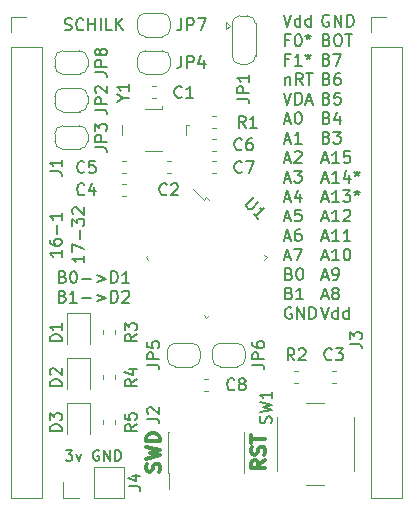
<source format=gbr>
G04 #@! TF.GenerationSoftware,KiCad,Pcbnew,(5.1.5)-3*
G04 #@! TF.CreationDate,2020-06-05T23:08:29+02:00*
G04 #@! TF.ProjectId,STM32F030K6Tx_Breakout,53544d33-3246-4303-9330-4b3654785f42,rev?*
G04 #@! TF.SameCoordinates,Original*
G04 #@! TF.FileFunction,Legend,Top*
G04 #@! TF.FilePolarity,Positive*
%FSLAX46Y46*%
G04 Gerber Fmt 4.6, Leading zero omitted, Abs format (unit mm)*
G04 Created by KiCad (PCBNEW (5.1.5)-3) date 2020-06-05 23:08:29*
%MOMM*%
%LPD*%
G04 APERTURE LIST*
%ADD10C,0.150000*%
%ADD11C,0.300000*%
%ADD12C,0.200000*%
%ADD13C,0.120000*%
G04 APERTURE END LIST*
D10*
X97075952Y-58793571D02*
X97218809Y-58841190D01*
X97266428Y-58888809D01*
X97314047Y-58984047D01*
X97314047Y-59126904D01*
X97266428Y-59222142D01*
X97218809Y-59269761D01*
X97123571Y-59317380D01*
X96742619Y-59317380D01*
X96742619Y-58317380D01*
X97075952Y-58317380D01*
X97171190Y-58365000D01*
X97218809Y-58412619D01*
X97266428Y-58507857D01*
X97266428Y-58603095D01*
X97218809Y-58698333D01*
X97171190Y-58745952D01*
X97075952Y-58793571D01*
X96742619Y-58793571D01*
X97933095Y-58317380D02*
X98028333Y-58317380D01*
X98123571Y-58365000D01*
X98171190Y-58412619D01*
X98218809Y-58507857D01*
X98266428Y-58698333D01*
X98266428Y-58936428D01*
X98218809Y-59126904D01*
X98171190Y-59222142D01*
X98123571Y-59269761D01*
X98028333Y-59317380D01*
X97933095Y-59317380D01*
X97837857Y-59269761D01*
X97790238Y-59222142D01*
X97742619Y-59126904D01*
X97695000Y-58936428D01*
X97695000Y-58698333D01*
X97742619Y-58507857D01*
X97790238Y-58412619D01*
X97837857Y-58365000D01*
X97933095Y-58317380D01*
X98695000Y-58936428D02*
X99456904Y-58936428D01*
X99933095Y-58650714D02*
X100695000Y-58936428D01*
X99933095Y-59222142D01*
X101171190Y-59317380D02*
X101171190Y-58317380D01*
X101409285Y-58317380D01*
X101552142Y-58365000D01*
X101647380Y-58460238D01*
X101695000Y-58555476D01*
X101742619Y-58745952D01*
X101742619Y-58888809D01*
X101695000Y-59079285D01*
X101647380Y-59174523D01*
X101552142Y-59269761D01*
X101409285Y-59317380D01*
X101171190Y-59317380D01*
X102695000Y-59317380D02*
X102123571Y-59317380D01*
X102409285Y-59317380D02*
X102409285Y-58317380D01*
X102314047Y-58460238D01*
X102218809Y-58555476D01*
X102123571Y-58603095D01*
X97075952Y-60443571D02*
X97218809Y-60491190D01*
X97266428Y-60538809D01*
X97314047Y-60634047D01*
X97314047Y-60776904D01*
X97266428Y-60872142D01*
X97218809Y-60919761D01*
X97123571Y-60967380D01*
X96742619Y-60967380D01*
X96742619Y-59967380D01*
X97075952Y-59967380D01*
X97171190Y-60015000D01*
X97218809Y-60062619D01*
X97266428Y-60157857D01*
X97266428Y-60253095D01*
X97218809Y-60348333D01*
X97171190Y-60395952D01*
X97075952Y-60443571D01*
X96742619Y-60443571D01*
X98266428Y-60967380D02*
X97695000Y-60967380D01*
X97980714Y-60967380D02*
X97980714Y-59967380D01*
X97885476Y-60110238D01*
X97790238Y-60205476D01*
X97695000Y-60253095D01*
X98695000Y-60586428D02*
X99456904Y-60586428D01*
X99933095Y-60300714D02*
X100695000Y-60586428D01*
X99933095Y-60872142D01*
X101171190Y-60967380D02*
X101171190Y-59967380D01*
X101409285Y-59967380D01*
X101552142Y-60015000D01*
X101647380Y-60110238D01*
X101695000Y-60205476D01*
X101742619Y-60395952D01*
X101742619Y-60538809D01*
X101695000Y-60729285D01*
X101647380Y-60824523D01*
X101552142Y-60919761D01*
X101409285Y-60967380D01*
X101171190Y-60967380D01*
X102123571Y-60062619D02*
X102171190Y-60015000D01*
X102266428Y-59967380D01*
X102504523Y-59967380D01*
X102599761Y-60015000D01*
X102647380Y-60062619D01*
X102695000Y-60157857D01*
X102695000Y-60253095D01*
X102647380Y-60395952D01*
X102075952Y-60967380D01*
X102695000Y-60967380D01*
D11*
X105260714Y-75288571D02*
X105317857Y-75117142D01*
X105317857Y-74831428D01*
X105260714Y-74717142D01*
X105203571Y-74660000D01*
X105089285Y-74602857D01*
X104975000Y-74602857D01*
X104860714Y-74660000D01*
X104803571Y-74717142D01*
X104746428Y-74831428D01*
X104689285Y-75060000D01*
X104632142Y-75174285D01*
X104575000Y-75231428D01*
X104460714Y-75288571D01*
X104346428Y-75288571D01*
X104232142Y-75231428D01*
X104175000Y-75174285D01*
X104117857Y-75060000D01*
X104117857Y-74774285D01*
X104175000Y-74602857D01*
X104117857Y-74202857D02*
X105317857Y-73917142D01*
X104460714Y-73688571D01*
X105317857Y-73460000D01*
X104117857Y-73174285D01*
X105317857Y-72717142D02*
X104117857Y-72717142D01*
X104117857Y-72431428D01*
X104175000Y-72260000D01*
X104289285Y-72145714D01*
X104403571Y-72088571D01*
X104632142Y-72031428D01*
X104803571Y-72031428D01*
X105032142Y-72088571D01*
X105146428Y-72145714D01*
X105260714Y-72260000D01*
X105317857Y-72431428D01*
X105317857Y-72717142D01*
X114207857Y-74317142D02*
X113636428Y-74717142D01*
X114207857Y-75002857D02*
X113007857Y-75002857D01*
X113007857Y-74545714D01*
X113065000Y-74431428D01*
X113122142Y-74374285D01*
X113236428Y-74317142D01*
X113407857Y-74317142D01*
X113522142Y-74374285D01*
X113579285Y-74431428D01*
X113636428Y-74545714D01*
X113636428Y-75002857D01*
X114150714Y-73860000D02*
X114207857Y-73688571D01*
X114207857Y-73402857D01*
X114150714Y-73288571D01*
X114093571Y-73231428D01*
X113979285Y-73174285D01*
X113865000Y-73174285D01*
X113750714Y-73231428D01*
X113693571Y-73288571D01*
X113636428Y-73402857D01*
X113579285Y-73631428D01*
X113522142Y-73745714D01*
X113465000Y-73802857D01*
X113350714Y-73860000D01*
X113236428Y-73860000D01*
X113122142Y-73802857D01*
X113065000Y-73745714D01*
X113007857Y-73631428D01*
X113007857Y-73345714D01*
X113065000Y-73174285D01*
X113007857Y-72831428D02*
X113007857Y-72145714D01*
X114207857Y-72488571D02*
X113007857Y-72488571D01*
D10*
X97242619Y-37869761D02*
X97385476Y-37917380D01*
X97623571Y-37917380D01*
X97718809Y-37869761D01*
X97766428Y-37822142D01*
X97814047Y-37726904D01*
X97814047Y-37631666D01*
X97766428Y-37536428D01*
X97718809Y-37488809D01*
X97623571Y-37441190D01*
X97433095Y-37393571D01*
X97337857Y-37345952D01*
X97290238Y-37298333D01*
X97242619Y-37203095D01*
X97242619Y-37107857D01*
X97290238Y-37012619D01*
X97337857Y-36965000D01*
X97433095Y-36917380D01*
X97671190Y-36917380D01*
X97814047Y-36965000D01*
X98814047Y-37822142D02*
X98766428Y-37869761D01*
X98623571Y-37917380D01*
X98528333Y-37917380D01*
X98385476Y-37869761D01*
X98290238Y-37774523D01*
X98242619Y-37679285D01*
X98195000Y-37488809D01*
X98195000Y-37345952D01*
X98242619Y-37155476D01*
X98290238Y-37060238D01*
X98385476Y-36965000D01*
X98528333Y-36917380D01*
X98623571Y-36917380D01*
X98766428Y-36965000D01*
X98814047Y-37012619D01*
X99242619Y-37917380D02*
X99242619Y-36917380D01*
X99242619Y-37393571D02*
X99814047Y-37393571D01*
X99814047Y-37917380D02*
X99814047Y-36917380D01*
X100290238Y-37917380D02*
X100290238Y-36917380D01*
X101242619Y-37917380D02*
X100766428Y-37917380D01*
X100766428Y-36917380D01*
X101575952Y-37917380D02*
X101575952Y-36917380D01*
X102147380Y-37917380D02*
X101718809Y-37345952D01*
X102147380Y-36917380D02*
X101575952Y-37488809D01*
X119604404Y-36655000D02*
X119509166Y-36607380D01*
X119366309Y-36607380D01*
X119223452Y-36655000D01*
X119128214Y-36750238D01*
X119080595Y-36845476D01*
X119032976Y-37035952D01*
X119032976Y-37178809D01*
X119080595Y-37369285D01*
X119128214Y-37464523D01*
X119223452Y-37559761D01*
X119366309Y-37607380D01*
X119461547Y-37607380D01*
X119604404Y-37559761D01*
X119652023Y-37512142D01*
X119652023Y-37178809D01*
X119461547Y-37178809D01*
X120080595Y-37607380D02*
X120080595Y-36607380D01*
X120652023Y-37607380D01*
X120652023Y-36607380D01*
X121128214Y-37607380D02*
X121128214Y-36607380D01*
X121366309Y-36607380D01*
X121509166Y-36655000D01*
X121604404Y-36750238D01*
X121652023Y-36845476D01*
X121699642Y-37035952D01*
X121699642Y-37178809D01*
X121652023Y-37369285D01*
X121604404Y-37464523D01*
X121509166Y-37559761D01*
X121366309Y-37607380D01*
X121128214Y-37607380D01*
X119413928Y-38733571D02*
X119556785Y-38781190D01*
X119604404Y-38828809D01*
X119652023Y-38924047D01*
X119652023Y-39066904D01*
X119604404Y-39162142D01*
X119556785Y-39209761D01*
X119461547Y-39257380D01*
X119080595Y-39257380D01*
X119080595Y-38257380D01*
X119413928Y-38257380D01*
X119509166Y-38305000D01*
X119556785Y-38352619D01*
X119604404Y-38447857D01*
X119604404Y-38543095D01*
X119556785Y-38638333D01*
X119509166Y-38685952D01*
X119413928Y-38733571D01*
X119080595Y-38733571D01*
X120271071Y-38257380D02*
X120461547Y-38257380D01*
X120556785Y-38305000D01*
X120652023Y-38400238D01*
X120699642Y-38590714D01*
X120699642Y-38924047D01*
X120652023Y-39114523D01*
X120556785Y-39209761D01*
X120461547Y-39257380D01*
X120271071Y-39257380D01*
X120175833Y-39209761D01*
X120080595Y-39114523D01*
X120032976Y-38924047D01*
X120032976Y-38590714D01*
X120080595Y-38400238D01*
X120175833Y-38305000D01*
X120271071Y-38257380D01*
X120985357Y-38257380D02*
X121556785Y-38257380D01*
X121271071Y-39257380D02*
X121271071Y-38257380D01*
X119413928Y-40383571D02*
X119556785Y-40431190D01*
X119604404Y-40478809D01*
X119652023Y-40574047D01*
X119652023Y-40716904D01*
X119604404Y-40812142D01*
X119556785Y-40859761D01*
X119461547Y-40907380D01*
X119080595Y-40907380D01*
X119080595Y-39907380D01*
X119413928Y-39907380D01*
X119509166Y-39955000D01*
X119556785Y-40002619D01*
X119604404Y-40097857D01*
X119604404Y-40193095D01*
X119556785Y-40288333D01*
X119509166Y-40335952D01*
X119413928Y-40383571D01*
X119080595Y-40383571D01*
X119985357Y-39907380D02*
X120652023Y-39907380D01*
X120223452Y-40907380D01*
X119413928Y-42033571D02*
X119556785Y-42081190D01*
X119604404Y-42128809D01*
X119652023Y-42224047D01*
X119652023Y-42366904D01*
X119604404Y-42462142D01*
X119556785Y-42509761D01*
X119461547Y-42557380D01*
X119080595Y-42557380D01*
X119080595Y-41557380D01*
X119413928Y-41557380D01*
X119509166Y-41605000D01*
X119556785Y-41652619D01*
X119604404Y-41747857D01*
X119604404Y-41843095D01*
X119556785Y-41938333D01*
X119509166Y-41985952D01*
X119413928Y-42033571D01*
X119080595Y-42033571D01*
X120509166Y-41557380D02*
X120318690Y-41557380D01*
X120223452Y-41605000D01*
X120175833Y-41652619D01*
X120080595Y-41795476D01*
X120032976Y-41985952D01*
X120032976Y-42366904D01*
X120080595Y-42462142D01*
X120128214Y-42509761D01*
X120223452Y-42557380D01*
X120413928Y-42557380D01*
X120509166Y-42509761D01*
X120556785Y-42462142D01*
X120604404Y-42366904D01*
X120604404Y-42128809D01*
X120556785Y-42033571D01*
X120509166Y-41985952D01*
X120413928Y-41938333D01*
X120223452Y-41938333D01*
X120128214Y-41985952D01*
X120080595Y-42033571D01*
X120032976Y-42128809D01*
X119413928Y-43683571D02*
X119556785Y-43731190D01*
X119604404Y-43778809D01*
X119652023Y-43874047D01*
X119652023Y-44016904D01*
X119604404Y-44112142D01*
X119556785Y-44159761D01*
X119461547Y-44207380D01*
X119080595Y-44207380D01*
X119080595Y-43207380D01*
X119413928Y-43207380D01*
X119509166Y-43255000D01*
X119556785Y-43302619D01*
X119604404Y-43397857D01*
X119604404Y-43493095D01*
X119556785Y-43588333D01*
X119509166Y-43635952D01*
X119413928Y-43683571D01*
X119080595Y-43683571D01*
X120556785Y-43207380D02*
X120080595Y-43207380D01*
X120032976Y-43683571D01*
X120080595Y-43635952D01*
X120175833Y-43588333D01*
X120413928Y-43588333D01*
X120509166Y-43635952D01*
X120556785Y-43683571D01*
X120604404Y-43778809D01*
X120604404Y-44016904D01*
X120556785Y-44112142D01*
X120509166Y-44159761D01*
X120413928Y-44207380D01*
X120175833Y-44207380D01*
X120080595Y-44159761D01*
X120032976Y-44112142D01*
X119413928Y-45333571D02*
X119556785Y-45381190D01*
X119604404Y-45428809D01*
X119652023Y-45524047D01*
X119652023Y-45666904D01*
X119604404Y-45762142D01*
X119556785Y-45809761D01*
X119461547Y-45857380D01*
X119080595Y-45857380D01*
X119080595Y-44857380D01*
X119413928Y-44857380D01*
X119509166Y-44905000D01*
X119556785Y-44952619D01*
X119604404Y-45047857D01*
X119604404Y-45143095D01*
X119556785Y-45238333D01*
X119509166Y-45285952D01*
X119413928Y-45333571D01*
X119080595Y-45333571D01*
X120509166Y-45190714D02*
X120509166Y-45857380D01*
X120271071Y-44809761D02*
X120032976Y-45524047D01*
X120652023Y-45524047D01*
X119413928Y-46983571D02*
X119556785Y-47031190D01*
X119604404Y-47078809D01*
X119652023Y-47174047D01*
X119652023Y-47316904D01*
X119604404Y-47412142D01*
X119556785Y-47459761D01*
X119461547Y-47507380D01*
X119080595Y-47507380D01*
X119080595Y-46507380D01*
X119413928Y-46507380D01*
X119509166Y-46555000D01*
X119556785Y-46602619D01*
X119604404Y-46697857D01*
X119604404Y-46793095D01*
X119556785Y-46888333D01*
X119509166Y-46935952D01*
X119413928Y-46983571D01*
X119080595Y-46983571D01*
X119985357Y-46507380D02*
X120604404Y-46507380D01*
X120271071Y-46888333D01*
X120413928Y-46888333D01*
X120509166Y-46935952D01*
X120556785Y-46983571D01*
X120604404Y-47078809D01*
X120604404Y-47316904D01*
X120556785Y-47412142D01*
X120509166Y-47459761D01*
X120413928Y-47507380D01*
X120128214Y-47507380D01*
X120032976Y-47459761D01*
X119985357Y-47412142D01*
X119032976Y-48871666D02*
X119509166Y-48871666D01*
X118937738Y-49157380D02*
X119271071Y-48157380D01*
X119604404Y-49157380D01*
X120461547Y-49157380D02*
X119890119Y-49157380D01*
X120175833Y-49157380D02*
X120175833Y-48157380D01*
X120080595Y-48300238D01*
X119985357Y-48395476D01*
X119890119Y-48443095D01*
X121366309Y-48157380D02*
X120890119Y-48157380D01*
X120842500Y-48633571D01*
X120890119Y-48585952D01*
X120985357Y-48538333D01*
X121223452Y-48538333D01*
X121318690Y-48585952D01*
X121366309Y-48633571D01*
X121413928Y-48728809D01*
X121413928Y-48966904D01*
X121366309Y-49062142D01*
X121318690Y-49109761D01*
X121223452Y-49157380D01*
X120985357Y-49157380D01*
X120890119Y-49109761D01*
X120842500Y-49062142D01*
X119032976Y-50521666D02*
X119509166Y-50521666D01*
X118937738Y-50807380D02*
X119271071Y-49807380D01*
X119604404Y-50807380D01*
X120461547Y-50807380D02*
X119890119Y-50807380D01*
X120175833Y-50807380D02*
X120175833Y-49807380D01*
X120080595Y-49950238D01*
X119985357Y-50045476D01*
X119890119Y-50093095D01*
X121318690Y-50140714D02*
X121318690Y-50807380D01*
X121080595Y-49759761D02*
X120842500Y-50474047D01*
X121461547Y-50474047D01*
X121985357Y-49807380D02*
X121985357Y-50045476D01*
X121747261Y-49950238D02*
X121985357Y-50045476D01*
X122223452Y-49950238D01*
X121842500Y-50235952D02*
X121985357Y-50045476D01*
X122128214Y-50235952D01*
X119032976Y-52171666D02*
X119509166Y-52171666D01*
X118937738Y-52457380D02*
X119271071Y-51457380D01*
X119604404Y-52457380D01*
X120461547Y-52457380D02*
X119890119Y-52457380D01*
X120175833Y-52457380D02*
X120175833Y-51457380D01*
X120080595Y-51600238D01*
X119985357Y-51695476D01*
X119890119Y-51743095D01*
X120794880Y-51457380D02*
X121413928Y-51457380D01*
X121080595Y-51838333D01*
X121223452Y-51838333D01*
X121318690Y-51885952D01*
X121366309Y-51933571D01*
X121413928Y-52028809D01*
X121413928Y-52266904D01*
X121366309Y-52362142D01*
X121318690Y-52409761D01*
X121223452Y-52457380D01*
X120937738Y-52457380D01*
X120842500Y-52409761D01*
X120794880Y-52362142D01*
X121985357Y-51457380D02*
X121985357Y-51695476D01*
X121747261Y-51600238D02*
X121985357Y-51695476D01*
X122223452Y-51600238D01*
X121842500Y-51885952D02*
X121985357Y-51695476D01*
X122128214Y-51885952D01*
X119032976Y-53821666D02*
X119509166Y-53821666D01*
X118937738Y-54107380D02*
X119271071Y-53107380D01*
X119604404Y-54107380D01*
X120461547Y-54107380D02*
X119890119Y-54107380D01*
X120175833Y-54107380D02*
X120175833Y-53107380D01*
X120080595Y-53250238D01*
X119985357Y-53345476D01*
X119890119Y-53393095D01*
X120842500Y-53202619D02*
X120890119Y-53155000D01*
X120985357Y-53107380D01*
X121223452Y-53107380D01*
X121318690Y-53155000D01*
X121366309Y-53202619D01*
X121413928Y-53297857D01*
X121413928Y-53393095D01*
X121366309Y-53535952D01*
X120794880Y-54107380D01*
X121413928Y-54107380D01*
X119032976Y-55471666D02*
X119509166Y-55471666D01*
X118937738Y-55757380D02*
X119271071Y-54757380D01*
X119604404Y-55757380D01*
X120461547Y-55757380D02*
X119890119Y-55757380D01*
X120175833Y-55757380D02*
X120175833Y-54757380D01*
X120080595Y-54900238D01*
X119985357Y-54995476D01*
X119890119Y-55043095D01*
X121413928Y-55757380D02*
X120842500Y-55757380D01*
X121128214Y-55757380D02*
X121128214Y-54757380D01*
X121032976Y-54900238D01*
X120937738Y-54995476D01*
X120842500Y-55043095D01*
X119032976Y-57121666D02*
X119509166Y-57121666D01*
X118937738Y-57407380D02*
X119271071Y-56407380D01*
X119604404Y-57407380D01*
X120461547Y-57407380D02*
X119890119Y-57407380D01*
X120175833Y-57407380D02*
X120175833Y-56407380D01*
X120080595Y-56550238D01*
X119985357Y-56645476D01*
X119890119Y-56693095D01*
X121080595Y-56407380D02*
X121175833Y-56407380D01*
X121271071Y-56455000D01*
X121318690Y-56502619D01*
X121366309Y-56597857D01*
X121413928Y-56788333D01*
X121413928Y-57026428D01*
X121366309Y-57216904D01*
X121318690Y-57312142D01*
X121271071Y-57359761D01*
X121175833Y-57407380D01*
X121080595Y-57407380D01*
X120985357Y-57359761D01*
X120937738Y-57312142D01*
X120890119Y-57216904D01*
X120842500Y-57026428D01*
X120842500Y-56788333D01*
X120890119Y-56597857D01*
X120937738Y-56502619D01*
X120985357Y-56455000D01*
X121080595Y-56407380D01*
X119032976Y-58771666D02*
X119509166Y-58771666D01*
X118937738Y-59057380D02*
X119271071Y-58057380D01*
X119604404Y-59057380D01*
X119985357Y-59057380D02*
X120175833Y-59057380D01*
X120271071Y-59009761D01*
X120318690Y-58962142D01*
X120413928Y-58819285D01*
X120461547Y-58628809D01*
X120461547Y-58247857D01*
X120413928Y-58152619D01*
X120366309Y-58105000D01*
X120271071Y-58057380D01*
X120080595Y-58057380D01*
X119985357Y-58105000D01*
X119937738Y-58152619D01*
X119890119Y-58247857D01*
X119890119Y-58485952D01*
X119937738Y-58581190D01*
X119985357Y-58628809D01*
X120080595Y-58676428D01*
X120271071Y-58676428D01*
X120366309Y-58628809D01*
X120413928Y-58581190D01*
X120461547Y-58485952D01*
X119032976Y-60421666D02*
X119509166Y-60421666D01*
X118937738Y-60707380D02*
X119271071Y-59707380D01*
X119604404Y-60707380D01*
X120080595Y-60135952D02*
X119985357Y-60088333D01*
X119937738Y-60040714D01*
X119890119Y-59945476D01*
X119890119Y-59897857D01*
X119937738Y-59802619D01*
X119985357Y-59755000D01*
X120080595Y-59707380D01*
X120271071Y-59707380D01*
X120366309Y-59755000D01*
X120413928Y-59802619D01*
X120461547Y-59897857D01*
X120461547Y-59945476D01*
X120413928Y-60040714D01*
X120366309Y-60088333D01*
X120271071Y-60135952D01*
X120080595Y-60135952D01*
X119985357Y-60183571D01*
X119937738Y-60231190D01*
X119890119Y-60326428D01*
X119890119Y-60516904D01*
X119937738Y-60612142D01*
X119985357Y-60659761D01*
X120080595Y-60707380D01*
X120271071Y-60707380D01*
X120366309Y-60659761D01*
X120413928Y-60612142D01*
X120461547Y-60516904D01*
X120461547Y-60326428D01*
X120413928Y-60231190D01*
X120366309Y-60183571D01*
X120271071Y-60135952D01*
X118937738Y-61357380D02*
X119271071Y-62357380D01*
X119604404Y-61357380D01*
X120366309Y-62357380D02*
X120366309Y-61357380D01*
X120366309Y-62309761D02*
X120271071Y-62357380D01*
X120080595Y-62357380D01*
X119985357Y-62309761D01*
X119937738Y-62262142D01*
X119890119Y-62166904D01*
X119890119Y-61881190D01*
X119937738Y-61785952D01*
X119985357Y-61738333D01*
X120080595Y-61690714D01*
X120271071Y-61690714D01*
X120366309Y-61738333D01*
X121271071Y-62357380D02*
X121271071Y-61357380D01*
X121271071Y-62309761D02*
X121175833Y-62357380D01*
X120985357Y-62357380D01*
X120890119Y-62309761D01*
X120842500Y-62262142D01*
X120794880Y-62166904D01*
X120794880Y-61881190D01*
X120842500Y-61785952D01*
X120890119Y-61738333D01*
X120985357Y-61690714D01*
X121175833Y-61690714D01*
X121271071Y-61738333D01*
X115762738Y-36607380D02*
X116096071Y-37607380D01*
X116429404Y-36607380D01*
X117191309Y-37607380D02*
X117191309Y-36607380D01*
X117191309Y-37559761D02*
X117096071Y-37607380D01*
X116905595Y-37607380D01*
X116810357Y-37559761D01*
X116762738Y-37512142D01*
X116715119Y-37416904D01*
X116715119Y-37131190D01*
X116762738Y-37035952D01*
X116810357Y-36988333D01*
X116905595Y-36940714D01*
X117096071Y-36940714D01*
X117191309Y-36988333D01*
X118096071Y-37607380D02*
X118096071Y-36607380D01*
X118096071Y-37559761D02*
X118000833Y-37607380D01*
X117810357Y-37607380D01*
X117715119Y-37559761D01*
X117667500Y-37512142D01*
X117619880Y-37416904D01*
X117619880Y-37131190D01*
X117667500Y-37035952D01*
X117715119Y-36988333D01*
X117810357Y-36940714D01*
X118000833Y-36940714D01*
X118096071Y-36988333D01*
X116238928Y-38733571D02*
X115905595Y-38733571D01*
X115905595Y-39257380D02*
X115905595Y-38257380D01*
X116381785Y-38257380D01*
X116953214Y-38257380D02*
X117048452Y-38257380D01*
X117143690Y-38305000D01*
X117191309Y-38352619D01*
X117238928Y-38447857D01*
X117286547Y-38638333D01*
X117286547Y-38876428D01*
X117238928Y-39066904D01*
X117191309Y-39162142D01*
X117143690Y-39209761D01*
X117048452Y-39257380D01*
X116953214Y-39257380D01*
X116857976Y-39209761D01*
X116810357Y-39162142D01*
X116762738Y-39066904D01*
X116715119Y-38876428D01*
X116715119Y-38638333D01*
X116762738Y-38447857D01*
X116810357Y-38352619D01*
X116857976Y-38305000D01*
X116953214Y-38257380D01*
X117857976Y-38257380D02*
X117857976Y-38495476D01*
X117619880Y-38400238D02*
X117857976Y-38495476D01*
X118096071Y-38400238D01*
X117715119Y-38685952D02*
X117857976Y-38495476D01*
X118000833Y-38685952D01*
X116238928Y-40383571D02*
X115905595Y-40383571D01*
X115905595Y-40907380D02*
X115905595Y-39907380D01*
X116381785Y-39907380D01*
X117286547Y-40907380D02*
X116715119Y-40907380D01*
X117000833Y-40907380D02*
X117000833Y-39907380D01*
X116905595Y-40050238D01*
X116810357Y-40145476D01*
X116715119Y-40193095D01*
X117857976Y-39907380D02*
X117857976Y-40145476D01*
X117619880Y-40050238D02*
X117857976Y-40145476D01*
X118096071Y-40050238D01*
X117715119Y-40335952D02*
X117857976Y-40145476D01*
X118000833Y-40335952D01*
X115905595Y-41890714D02*
X115905595Y-42557380D01*
X115905595Y-41985952D02*
X115953214Y-41938333D01*
X116048452Y-41890714D01*
X116191309Y-41890714D01*
X116286547Y-41938333D01*
X116334166Y-42033571D01*
X116334166Y-42557380D01*
X117381785Y-42557380D02*
X117048452Y-42081190D01*
X116810357Y-42557380D02*
X116810357Y-41557380D01*
X117191309Y-41557380D01*
X117286547Y-41605000D01*
X117334166Y-41652619D01*
X117381785Y-41747857D01*
X117381785Y-41890714D01*
X117334166Y-41985952D01*
X117286547Y-42033571D01*
X117191309Y-42081190D01*
X116810357Y-42081190D01*
X117667500Y-41557380D02*
X118238928Y-41557380D01*
X117953214Y-42557380D02*
X117953214Y-41557380D01*
X115762738Y-43207380D02*
X116096071Y-44207380D01*
X116429404Y-43207380D01*
X116762738Y-44207380D02*
X116762738Y-43207380D01*
X117000833Y-43207380D01*
X117143690Y-43255000D01*
X117238928Y-43350238D01*
X117286547Y-43445476D01*
X117334166Y-43635952D01*
X117334166Y-43778809D01*
X117286547Y-43969285D01*
X117238928Y-44064523D01*
X117143690Y-44159761D01*
X117000833Y-44207380D01*
X116762738Y-44207380D01*
X117715119Y-43921666D02*
X118191309Y-43921666D01*
X117619880Y-44207380D02*
X117953214Y-43207380D01*
X118286547Y-44207380D01*
X115857976Y-45571666D02*
X116334166Y-45571666D01*
X115762738Y-45857380D02*
X116096071Y-44857380D01*
X116429404Y-45857380D01*
X116953214Y-44857380D02*
X117048452Y-44857380D01*
X117143690Y-44905000D01*
X117191309Y-44952619D01*
X117238928Y-45047857D01*
X117286547Y-45238333D01*
X117286547Y-45476428D01*
X117238928Y-45666904D01*
X117191309Y-45762142D01*
X117143690Y-45809761D01*
X117048452Y-45857380D01*
X116953214Y-45857380D01*
X116857976Y-45809761D01*
X116810357Y-45762142D01*
X116762738Y-45666904D01*
X116715119Y-45476428D01*
X116715119Y-45238333D01*
X116762738Y-45047857D01*
X116810357Y-44952619D01*
X116857976Y-44905000D01*
X116953214Y-44857380D01*
X115857976Y-47221666D02*
X116334166Y-47221666D01*
X115762738Y-47507380D02*
X116096071Y-46507380D01*
X116429404Y-47507380D01*
X117286547Y-47507380D02*
X116715119Y-47507380D01*
X117000833Y-47507380D02*
X117000833Y-46507380D01*
X116905595Y-46650238D01*
X116810357Y-46745476D01*
X116715119Y-46793095D01*
X115857976Y-48871666D02*
X116334166Y-48871666D01*
X115762738Y-49157380D02*
X116096071Y-48157380D01*
X116429404Y-49157380D01*
X116715119Y-48252619D02*
X116762738Y-48205000D01*
X116857976Y-48157380D01*
X117096071Y-48157380D01*
X117191309Y-48205000D01*
X117238928Y-48252619D01*
X117286547Y-48347857D01*
X117286547Y-48443095D01*
X117238928Y-48585952D01*
X116667500Y-49157380D01*
X117286547Y-49157380D01*
X115857976Y-50521666D02*
X116334166Y-50521666D01*
X115762738Y-50807380D02*
X116096071Y-49807380D01*
X116429404Y-50807380D01*
X116667500Y-49807380D02*
X117286547Y-49807380D01*
X116953214Y-50188333D01*
X117096071Y-50188333D01*
X117191309Y-50235952D01*
X117238928Y-50283571D01*
X117286547Y-50378809D01*
X117286547Y-50616904D01*
X117238928Y-50712142D01*
X117191309Y-50759761D01*
X117096071Y-50807380D01*
X116810357Y-50807380D01*
X116715119Y-50759761D01*
X116667500Y-50712142D01*
X115857976Y-52171666D02*
X116334166Y-52171666D01*
X115762738Y-52457380D02*
X116096071Y-51457380D01*
X116429404Y-52457380D01*
X117191309Y-51790714D02*
X117191309Y-52457380D01*
X116953214Y-51409761D02*
X116715119Y-52124047D01*
X117334166Y-52124047D01*
X115857976Y-53821666D02*
X116334166Y-53821666D01*
X115762738Y-54107380D02*
X116096071Y-53107380D01*
X116429404Y-54107380D01*
X117238928Y-53107380D02*
X116762738Y-53107380D01*
X116715119Y-53583571D01*
X116762738Y-53535952D01*
X116857976Y-53488333D01*
X117096071Y-53488333D01*
X117191309Y-53535952D01*
X117238928Y-53583571D01*
X117286547Y-53678809D01*
X117286547Y-53916904D01*
X117238928Y-54012142D01*
X117191309Y-54059761D01*
X117096071Y-54107380D01*
X116857976Y-54107380D01*
X116762738Y-54059761D01*
X116715119Y-54012142D01*
X115857976Y-55471666D02*
X116334166Y-55471666D01*
X115762738Y-55757380D02*
X116096071Y-54757380D01*
X116429404Y-55757380D01*
X117191309Y-54757380D02*
X117000833Y-54757380D01*
X116905595Y-54805000D01*
X116857976Y-54852619D01*
X116762738Y-54995476D01*
X116715119Y-55185952D01*
X116715119Y-55566904D01*
X116762738Y-55662142D01*
X116810357Y-55709761D01*
X116905595Y-55757380D01*
X117096071Y-55757380D01*
X117191309Y-55709761D01*
X117238928Y-55662142D01*
X117286547Y-55566904D01*
X117286547Y-55328809D01*
X117238928Y-55233571D01*
X117191309Y-55185952D01*
X117096071Y-55138333D01*
X116905595Y-55138333D01*
X116810357Y-55185952D01*
X116762738Y-55233571D01*
X116715119Y-55328809D01*
X115857976Y-57121666D02*
X116334166Y-57121666D01*
X115762738Y-57407380D02*
X116096071Y-56407380D01*
X116429404Y-57407380D01*
X116667500Y-56407380D02*
X117334166Y-56407380D01*
X116905595Y-57407380D01*
X116238928Y-58533571D02*
X116381785Y-58581190D01*
X116429404Y-58628809D01*
X116477023Y-58724047D01*
X116477023Y-58866904D01*
X116429404Y-58962142D01*
X116381785Y-59009761D01*
X116286547Y-59057380D01*
X115905595Y-59057380D01*
X115905595Y-58057380D01*
X116238928Y-58057380D01*
X116334166Y-58105000D01*
X116381785Y-58152619D01*
X116429404Y-58247857D01*
X116429404Y-58343095D01*
X116381785Y-58438333D01*
X116334166Y-58485952D01*
X116238928Y-58533571D01*
X115905595Y-58533571D01*
X117096071Y-58057380D02*
X117191309Y-58057380D01*
X117286547Y-58105000D01*
X117334166Y-58152619D01*
X117381785Y-58247857D01*
X117429404Y-58438333D01*
X117429404Y-58676428D01*
X117381785Y-58866904D01*
X117334166Y-58962142D01*
X117286547Y-59009761D01*
X117191309Y-59057380D01*
X117096071Y-59057380D01*
X117000833Y-59009761D01*
X116953214Y-58962142D01*
X116905595Y-58866904D01*
X116857976Y-58676428D01*
X116857976Y-58438333D01*
X116905595Y-58247857D01*
X116953214Y-58152619D01*
X117000833Y-58105000D01*
X117096071Y-58057380D01*
X116238928Y-60183571D02*
X116381785Y-60231190D01*
X116429404Y-60278809D01*
X116477023Y-60374047D01*
X116477023Y-60516904D01*
X116429404Y-60612142D01*
X116381785Y-60659761D01*
X116286547Y-60707380D01*
X115905595Y-60707380D01*
X115905595Y-59707380D01*
X116238928Y-59707380D01*
X116334166Y-59755000D01*
X116381785Y-59802619D01*
X116429404Y-59897857D01*
X116429404Y-59993095D01*
X116381785Y-60088333D01*
X116334166Y-60135952D01*
X116238928Y-60183571D01*
X115905595Y-60183571D01*
X117429404Y-60707380D02*
X116857976Y-60707380D01*
X117143690Y-60707380D02*
X117143690Y-59707380D01*
X117048452Y-59850238D01*
X116953214Y-59945476D01*
X116857976Y-59993095D01*
X116429404Y-61405000D02*
X116334166Y-61357380D01*
X116191309Y-61357380D01*
X116048452Y-61405000D01*
X115953214Y-61500238D01*
X115905595Y-61595476D01*
X115857976Y-61785952D01*
X115857976Y-61928809D01*
X115905595Y-62119285D01*
X115953214Y-62214523D01*
X116048452Y-62309761D01*
X116191309Y-62357380D01*
X116286547Y-62357380D01*
X116429404Y-62309761D01*
X116477023Y-62262142D01*
X116477023Y-61928809D01*
X116286547Y-61928809D01*
X116905595Y-62357380D02*
X116905595Y-61357380D01*
X117477023Y-62357380D01*
X117477023Y-61357380D01*
X117953214Y-62357380D02*
X117953214Y-61357380D01*
X118191309Y-61357380D01*
X118334166Y-61405000D01*
X118429404Y-61500238D01*
X118477023Y-61595476D01*
X118524642Y-61785952D01*
X118524642Y-61928809D01*
X118477023Y-62119285D01*
X118429404Y-62214523D01*
X118334166Y-62309761D01*
X118191309Y-62357380D01*
X117953214Y-62357380D01*
X96972380Y-56530714D02*
X96972380Y-57102142D01*
X96972380Y-56816428D02*
X95972380Y-56816428D01*
X96115238Y-56911666D01*
X96210476Y-57006904D01*
X96258095Y-57102142D01*
X95972380Y-55673571D02*
X95972380Y-55864047D01*
X96020000Y-55959285D01*
X96067619Y-56006904D01*
X96210476Y-56102142D01*
X96400952Y-56149761D01*
X96781904Y-56149761D01*
X96877142Y-56102142D01*
X96924761Y-56054523D01*
X96972380Y-55959285D01*
X96972380Y-55768809D01*
X96924761Y-55673571D01*
X96877142Y-55625952D01*
X96781904Y-55578333D01*
X96543809Y-55578333D01*
X96448571Y-55625952D01*
X96400952Y-55673571D01*
X96353333Y-55768809D01*
X96353333Y-55959285D01*
X96400952Y-56054523D01*
X96448571Y-56102142D01*
X96543809Y-56149761D01*
X96591428Y-55149761D02*
X96591428Y-54387857D01*
X96972380Y-53387857D02*
X96972380Y-53959285D01*
X96972380Y-53673571D02*
X95972380Y-53673571D01*
X96115238Y-53768809D01*
X96210476Y-53864047D01*
X96258095Y-53959285D01*
X98877380Y-57006904D02*
X98877380Y-57578333D01*
X98877380Y-57292619D02*
X97877380Y-57292619D01*
X98020238Y-57387857D01*
X98115476Y-57483095D01*
X98163095Y-57578333D01*
X97877380Y-56673571D02*
X97877380Y-56006904D01*
X98877380Y-56435476D01*
X98496428Y-55625952D02*
X98496428Y-54864047D01*
X97877380Y-54483095D02*
X97877380Y-53864047D01*
X98258333Y-54197380D01*
X98258333Y-54054523D01*
X98305952Y-53959285D01*
X98353571Y-53911666D01*
X98448809Y-53864047D01*
X98686904Y-53864047D01*
X98782142Y-53911666D01*
X98829761Y-53959285D01*
X98877380Y-54054523D01*
X98877380Y-54340238D01*
X98829761Y-54435476D01*
X98782142Y-54483095D01*
X97972619Y-53483095D02*
X97925000Y-53435476D01*
X97877380Y-53340238D01*
X97877380Y-53102142D01*
X97925000Y-53006904D01*
X97972619Y-52959285D01*
X98067857Y-52911666D01*
X98163095Y-52911666D01*
X98305952Y-52959285D01*
X98877380Y-53530714D01*
X98877380Y-52911666D01*
D12*
X97337857Y-73484642D02*
X97895000Y-73484642D01*
X97595000Y-73827500D01*
X97723571Y-73827500D01*
X97809285Y-73870357D01*
X97852142Y-73913214D01*
X97895000Y-73998928D01*
X97895000Y-74213214D01*
X97852142Y-74298928D01*
X97809285Y-74341785D01*
X97723571Y-74384642D01*
X97466428Y-74384642D01*
X97380714Y-74341785D01*
X97337857Y-74298928D01*
X98195000Y-73784642D02*
X98409285Y-74384642D01*
X98623571Y-73784642D01*
X100123571Y-73527500D02*
X100037857Y-73484642D01*
X99909285Y-73484642D01*
X99780714Y-73527500D01*
X99695000Y-73613214D01*
X99652142Y-73698928D01*
X99609285Y-73870357D01*
X99609285Y-73998928D01*
X99652142Y-74170357D01*
X99695000Y-74256071D01*
X99780714Y-74341785D01*
X99909285Y-74384642D01*
X99995000Y-74384642D01*
X100123571Y-74341785D01*
X100166428Y-74298928D01*
X100166428Y-73998928D01*
X99995000Y-73998928D01*
X100552142Y-74384642D02*
X100552142Y-73484642D01*
X101066428Y-74384642D01*
X101066428Y-73484642D01*
X101495000Y-74384642D02*
X101495000Y-73484642D01*
X101709285Y-73484642D01*
X101837857Y-73527500D01*
X101923571Y-73613214D01*
X101966428Y-73698928D01*
X102009285Y-73870357D01*
X102009285Y-73998928D01*
X101966428Y-74170357D01*
X101923571Y-74256071D01*
X101837857Y-74341785D01*
X101709285Y-74384642D01*
X101495000Y-74384642D01*
D13*
X123130000Y-36770000D02*
X124460000Y-36770000D01*
X123130000Y-38100000D02*
X123130000Y-36770000D01*
X123130000Y-39370000D02*
X125790000Y-39370000D01*
X125790000Y-39370000D02*
X125790000Y-77530000D01*
X123130000Y-39370000D02*
X123130000Y-77530000D01*
X123130000Y-77530000D02*
X125790000Y-77530000D01*
X92650000Y-36770000D02*
X93980000Y-36770000D01*
X92650000Y-38100000D02*
X92650000Y-36770000D01*
X92650000Y-39370000D02*
X95310000Y-39370000D01*
X95310000Y-39370000D02*
X95310000Y-77530000D01*
X92650000Y-39370000D02*
X92650000Y-77530000D01*
X92650000Y-77530000D02*
X95310000Y-77530000D01*
X97465000Y-65625000D02*
X97465000Y-68310000D01*
X99385000Y-65625000D02*
X97465000Y-65625000D01*
X99385000Y-68310000D02*
X99385000Y-65625000D01*
X97090000Y-39640000D02*
X98490000Y-39640000D01*
X99190000Y-40340000D02*
X99190000Y-40940000D01*
X98490000Y-41640000D02*
X97090000Y-41640000D01*
X96390000Y-40940000D02*
X96390000Y-40340000D01*
X96390000Y-40340000D02*
G75*
G02X97090000Y-39640000I700000J0D01*
G01*
X97090000Y-41640000D02*
G75*
G02X96390000Y-40940000I0J700000D01*
G01*
X99190000Y-40940000D02*
G75*
G02X98490000Y-41640000I-700000J0D01*
G01*
X98490000Y-39640000D02*
G75*
G02X99190000Y-40340000I0J-700000D01*
G01*
X97465000Y-69435000D02*
X97465000Y-72120000D01*
X99385000Y-69435000D02*
X97465000Y-69435000D01*
X99385000Y-72120000D02*
X99385000Y-69435000D01*
X97465000Y-61815000D02*
X97465000Y-64500000D01*
X99385000Y-61815000D02*
X97465000Y-61815000D01*
X99385000Y-64500000D02*
X99385000Y-61815000D01*
X100455000Y-70957221D02*
X100455000Y-71282779D01*
X101475000Y-70957221D02*
X101475000Y-71282779D01*
X105475000Y-44555000D02*
X105475000Y-44315000D01*
X104075000Y-44555000D02*
X105475000Y-44555000D01*
X105475000Y-48155000D02*
X104075000Y-48155000D01*
X102075000Y-46755000D02*
X102075000Y-45955000D01*
X107475000Y-45955000D02*
X107475000Y-46755000D01*
X107775000Y-45955000D02*
X107475000Y-45955000D01*
X109007868Y-52256821D02*
X108078023Y-51326976D01*
X109220000Y-52044689D02*
X109007868Y-52256821D01*
X109432132Y-52256821D02*
X109220000Y-52044689D01*
X114325311Y-57150000D02*
X114113179Y-57362132D01*
X114113179Y-56937868D02*
X114325311Y-57150000D01*
X104114689Y-57150000D02*
X104326821Y-56937868D01*
X104326821Y-57362132D02*
X104114689Y-57150000D01*
X109220000Y-62255311D02*
X109432132Y-62043179D01*
X109007868Y-62043179D02*
X109220000Y-62255311D01*
X119205000Y-69450000D02*
X117705000Y-69450000D01*
X115205000Y-70700000D02*
X115205000Y-75200000D01*
X117705000Y-76450000D02*
X119205000Y-76450000D01*
X121705000Y-75200000D02*
X121705000Y-70700000D01*
X100455000Y-67147221D02*
X100455000Y-67472779D01*
X101475000Y-67147221D02*
X101475000Y-67472779D01*
X100455000Y-63337221D02*
X100455000Y-63662779D01*
X101475000Y-63337221D02*
X101475000Y-63662779D01*
X116677221Y-67820000D02*
X117002779Y-67820000D01*
X116677221Y-66800000D02*
X117002779Y-66800000D01*
X109692221Y-46230000D02*
X110017779Y-46230000D01*
X109692221Y-45210000D02*
X110017779Y-45210000D01*
X104075000Y-36465000D02*
X105475000Y-36465000D01*
X106175000Y-37165000D02*
X106175000Y-37765000D01*
X105475000Y-38465000D02*
X104075000Y-38465000D01*
X103375000Y-37765000D02*
X103375000Y-37165000D01*
X103375000Y-37165000D02*
G75*
G02X104075000Y-36465000I700000J0D01*
G01*
X104075000Y-38465000D02*
G75*
G02X103375000Y-37765000I0J700000D01*
G01*
X106175000Y-37765000D02*
G75*
G02X105475000Y-38465000I-700000J0D01*
G01*
X105475000Y-36465000D02*
G75*
G02X106175000Y-37165000I0J-700000D01*
G01*
X110425000Y-64405000D02*
X111825000Y-64405000D01*
X112525000Y-65105000D02*
X112525000Y-65705000D01*
X111825000Y-66405000D02*
X110425000Y-66405000D01*
X109725000Y-65705000D02*
X109725000Y-65105000D01*
X109725000Y-65105000D02*
G75*
G02X110425000Y-64405000I700000J0D01*
G01*
X110425000Y-66405000D02*
G75*
G02X109725000Y-65705000I0J700000D01*
G01*
X112525000Y-65705000D02*
G75*
G02X111825000Y-66405000I-700000J0D01*
G01*
X111825000Y-64405000D02*
G75*
G02X112525000Y-65105000I0J-700000D01*
G01*
X106615000Y-64405000D02*
X108015000Y-64405000D01*
X108715000Y-65105000D02*
X108715000Y-65705000D01*
X108015000Y-66405000D02*
X106615000Y-66405000D01*
X105915000Y-65705000D02*
X105915000Y-65105000D01*
X105915000Y-65105000D02*
G75*
G02X106615000Y-64405000I700000J0D01*
G01*
X106615000Y-66405000D02*
G75*
G02X105915000Y-65705000I0J700000D01*
G01*
X108715000Y-65705000D02*
G75*
G02X108015000Y-66405000I-700000J0D01*
G01*
X108015000Y-64405000D02*
G75*
G02X108715000Y-65105000I0J-700000D01*
G01*
X104075000Y-39640000D02*
X105475000Y-39640000D01*
X106175000Y-40340000D02*
X106175000Y-40940000D01*
X105475000Y-41640000D02*
X104075000Y-41640000D01*
X103375000Y-40940000D02*
X103375000Y-40340000D01*
X103375000Y-40340000D02*
G75*
G02X104075000Y-39640000I700000J0D01*
G01*
X104075000Y-41640000D02*
G75*
G02X103375000Y-40940000I0J700000D01*
G01*
X106175000Y-40940000D02*
G75*
G02X105475000Y-41640000I-700000J0D01*
G01*
X105475000Y-39640000D02*
G75*
G02X106175000Y-40340000I0J-700000D01*
G01*
X97090000Y-45990000D02*
X98490000Y-45990000D01*
X99190000Y-46690000D02*
X99190000Y-47290000D01*
X98490000Y-47990000D02*
X97090000Y-47990000D01*
X96390000Y-47290000D02*
X96390000Y-46690000D01*
X96390000Y-46690000D02*
G75*
G02X97090000Y-45990000I700000J0D01*
G01*
X97090000Y-47990000D02*
G75*
G02X96390000Y-47290000I0J700000D01*
G01*
X99190000Y-47290000D02*
G75*
G02X98490000Y-47990000I-700000J0D01*
G01*
X98490000Y-45990000D02*
G75*
G02X99190000Y-46690000I0J-700000D01*
G01*
X97090000Y-42815000D02*
X98490000Y-42815000D01*
X99190000Y-43515000D02*
X99190000Y-44115000D01*
X98490000Y-44815000D02*
X97090000Y-44815000D01*
X96390000Y-44115000D02*
X96390000Y-43515000D01*
X96390000Y-43515000D02*
G75*
G02X97090000Y-42815000I700000J0D01*
G01*
X97090000Y-44815000D02*
G75*
G02X96390000Y-44115000I0J700000D01*
G01*
X99190000Y-44115000D02*
G75*
G02X98490000Y-44815000I-700000J0D01*
G01*
X98490000Y-42815000D02*
G75*
G02X99190000Y-43515000I0J-700000D01*
G01*
X112695000Y-36685000D02*
G75*
G02X113395000Y-37385000I0J-700000D01*
G01*
X111395000Y-37385000D02*
G75*
G02X112095000Y-36685000I700000J0D01*
G01*
X112095000Y-40785000D02*
G75*
G02X111395000Y-40085000I0J700000D01*
G01*
X113395000Y-40085000D02*
G75*
G02X112695000Y-40785000I-700000J0D01*
G01*
X113395000Y-37335000D02*
X113395000Y-40135000D01*
X112695000Y-40785000D02*
X112095000Y-40785000D01*
X111395000Y-40135000D02*
X111395000Y-37335000D01*
X112095000Y-36685000D02*
X112695000Y-36685000D01*
X111195000Y-37535000D02*
X110895000Y-37235000D01*
X110895000Y-37235000D02*
X110895000Y-37835000D01*
X111195000Y-37535000D02*
X110895000Y-37835000D01*
X97095000Y-77530000D02*
X97095000Y-76200000D01*
X98425000Y-77530000D02*
X97095000Y-77530000D01*
X99695000Y-77530000D02*
X99695000Y-74870000D01*
X99695000Y-74870000D02*
X102295000Y-74870000D01*
X99695000Y-77530000D02*
X102295000Y-77530000D01*
X102295000Y-77530000D02*
X102295000Y-74870000D01*
X105985000Y-75425000D02*
X105985000Y-71895000D01*
X112455000Y-75425000D02*
X112455000Y-71895000D01*
X106050000Y-76750000D02*
X106050000Y-75425000D01*
X105985000Y-75425000D02*
X106050000Y-75425000D01*
X105985000Y-71895000D02*
X106050000Y-71895000D01*
X112390000Y-75425000D02*
X112455000Y-75425000D01*
X112390000Y-71895000D02*
X112455000Y-71895000D01*
X109382779Y-67435000D02*
X109057221Y-67435000D01*
X109382779Y-68455000D02*
X109057221Y-68455000D01*
X109692221Y-50040000D02*
X110017779Y-50040000D01*
X109692221Y-49020000D02*
X110017779Y-49020000D01*
X109692221Y-48135000D02*
X110017779Y-48135000D01*
X109692221Y-47115000D02*
X110017779Y-47115000D01*
X102397779Y-49020000D02*
X102072221Y-49020000D01*
X102397779Y-50040000D02*
X102072221Y-50040000D01*
X102397779Y-50925000D02*
X102072221Y-50925000D01*
X102397779Y-51945000D02*
X102072221Y-51945000D01*
X120177779Y-66800000D02*
X119852221Y-66800000D01*
X120177779Y-67820000D02*
X119852221Y-67820000D01*
X106207779Y-50040000D02*
X105882221Y-50040000D01*
X106207779Y-49020000D02*
X105882221Y-49020000D01*
X104937779Y-42670000D02*
X104612221Y-42670000D01*
X104937779Y-43690000D02*
X104612221Y-43690000D01*
D10*
X121372380Y-64468333D02*
X122086666Y-64468333D01*
X122229523Y-64515952D01*
X122324761Y-64611190D01*
X122372380Y-64754047D01*
X122372380Y-64849285D01*
X121372380Y-64087380D02*
X121372380Y-63468333D01*
X121753333Y-63801666D01*
X121753333Y-63658809D01*
X121800952Y-63563571D01*
X121848571Y-63515952D01*
X121943809Y-63468333D01*
X122181904Y-63468333D01*
X122277142Y-63515952D01*
X122324761Y-63563571D01*
X122372380Y-63658809D01*
X122372380Y-63944523D01*
X122324761Y-64039761D01*
X122277142Y-64087380D01*
X95972380Y-49863333D02*
X96686666Y-49863333D01*
X96829523Y-49910952D01*
X96924761Y-50006190D01*
X96972380Y-50149047D01*
X96972380Y-50244285D01*
X96972380Y-48863333D02*
X96972380Y-49434761D01*
X96972380Y-49149047D02*
X95972380Y-49149047D01*
X96115238Y-49244285D01*
X96210476Y-49339523D01*
X96258095Y-49434761D01*
X96972380Y-68048095D02*
X95972380Y-68048095D01*
X95972380Y-67810000D01*
X96020000Y-67667142D01*
X96115238Y-67571904D01*
X96210476Y-67524285D01*
X96400952Y-67476666D01*
X96543809Y-67476666D01*
X96734285Y-67524285D01*
X96829523Y-67571904D01*
X96924761Y-67667142D01*
X96972380Y-67810000D01*
X96972380Y-68048095D01*
X96067619Y-67095714D02*
X96020000Y-67048095D01*
X95972380Y-66952857D01*
X95972380Y-66714761D01*
X96020000Y-66619523D01*
X96067619Y-66571904D01*
X96162857Y-66524285D01*
X96258095Y-66524285D01*
X96400952Y-66571904D01*
X96972380Y-67143333D01*
X96972380Y-66524285D01*
X99797380Y-41473333D02*
X100511666Y-41473333D01*
X100654523Y-41520952D01*
X100749761Y-41616190D01*
X100797380Y-41759047D01*
X100797380Y-41854285D01*
X100797380Y-40997142D02*
X99797380Y-40997142D01*
X99797380Y-40616190D01*
X99845000Y-40520952D01*
X99892619Y-40473333D01*
X99987857Y-40425714D01*
X100130714Y-40425714D01*
X100225952Y-40473333D01*
X100273571Y-40520952D01*
X100321190Y-40616190D01*
X100321190Y-40997142D01*
X100225952Y-39854285D02*
X100178333Y-39949523D01*
X100130714Y-39997142D01*
X100035476Y-40044761D01*
X99987857Y-40044761D01*
X99892619Y-39997142D01*
X99845000Y-39949523D01*
X99797380Y-39854285D01*
X99797380Y-39663809D01*
X99845000Y-39568571D01*
X99892619Y-39520952D01*
X99987857Y-39473333D01*
X100035476Y-39473333D01*
X100130714Y-39520952D01*
X100178333Y-39568571D01*
X100225952Y-39663809D01*
X100225952Y-39854285D01*
X100273571Y-39949523D01*
X100321190Y-39997142D01*
X100416428Y-40044761D01*
X100606904Y-40044761D01*
X100702142Y-39997142D01*
X100749761Y-39949523D01*
X100797380Y-39854285D01*
X100797380Y-39663809D01*
X100749761Y-39568571D01*
X100702142Y-39520952D01*
X100606904Y-39473333D01*
X100416428Y-39473333D01*
X100321190Y-39520952D01*
X100273571Y-39568571D01*
X100225952Y-39663809D01*
X96972380Y-71858095D02*
X95972380Y-71858095D01*
X95972380Y-71620000D01*
X96020000Y-71477142D01*
X96115238Y-71381904D01*
X96210476Y-71334285D01*
X96400952Y-71286666D01*
X96543809Y-71286666D01*
X96734285Y-71334285D01*
X96829523Y-71381904D01*
X96924761Y-71477142D01*
X96972380Y-71620000D01*
X96972380Y-71858095D01*
X95972380Y-70953333D02*
X95972380Y-70334285D01*
X96353333Y-70667619D01*
X96353333Y-70524761D01*
X96400952Y-70429523D01*
X96448571Y-70381904D01*
X96543809Y-70334285D01*
X96781904Y-70334285D01*
X96877142Y-70381904D01*
X96924761Y-70429523D01*
X96972380Y-70524761D01*
X96972380Y-70810476D01*
X96924761Y-70905714D01*
X96877142Y-70953333D01*
X96972380Y-64238095D02*
X95972380Y-64238095D01*
X95972380Y-64000000D01*
X96020000Y-63857142D01*
X96115238Y-63761904D01*
X96210476Y-63714285D01*
X96400952Y-63666666D01*
X96543809Y-63666666D01*
X96734285Y-63714285D01*
X96829523Y-63761904D01*
X96924761Y-63857142D01*
X96972380Y-64000000D01*
X96972380Y-64238095D01*
X96972380Y-62714285D02*
X96972380Y-63285714D01*
X96972380Y-63000000D02*
X95972380Y-63000000D01*
X96115238Y-63095238D01*
X96210476Y-63190476D01*
X96258095Y-63285714D01*
X103322380Y-71286666D02*
X102846190Y-71620000D01*
X103322380Y-71858095D02*
X102322380Y-71858095D01*
X102322380Y-71477142D01*
X102370000Y-71381904D01*
X102417619Y-71334285D01*
X102512857Y-71286666D01*
X102655714Y-71286666D01*
X102750952Y-71334285D01*
X102798571Y-71381904D01*
X102846190Y-71477142D01*
X102846190Y-71858095D01*
X102322380Y-70381904D02*
X102322380Y-70858095D01*
X102798571Y-70905714D01*
X102750952Y-70858095D01*
X102703333Y-70762857D01*
X102703333Y-70524761D01*
X102750952Y-70429523D01*
X102798571Y-70381904D01*
X102893809Y-70334285D01*
X103131904Y-70334285D01*
X103227142Y-70381904D01*
X103274761Y-70429523D01*
X103322380Y-70524761D01*
X103322380Y-70762857D01*
X103274761Y-70858095D01*
X103227142Y-70905714D01*
X102211190Y-43656190D02*
X102687380Y-43656190D01*
X101687380Y-43989523D02*
X102211190Y-43656190D01*
X101687380Y-43322857D01*
X102687380Y-42465714D02*
X102687380Y-43037142D01*
X102687380Y-42751428D02*
X101687380Y-42751428D01*
X101830238Y-42846666D01*
X101925476Y-42941904D01*
X101973095Y-43037142D01*
X113226265Y-52066238D02*
X112653845Y-52638658D01*
X112620173Y-52739673D01*
X112620173Y-52807017D01*
X112653845Y-52908032D01*
X112788532Y-53042719D01*
X112889547Y-53076391D01*
X112956891Y-53076391D01*
X113057906Y-53042719D01*
X113630326Y-52470299D01*
X113630326Y-53884513D02*
X113226265Y-53480452D01*
X113428295Y-53682482D02*
X114135402Y-52975376D01*
X113967043Y-53009047D01*
X113832356Y-53009047D01*
X113731341Y-52975376D01*
X114704761Y-71183333D02*
X114752380Y-71040476D01*
X114752380Y-70802380D01*
X114704761Y-70707142D01*
X114657142Y-70659523D01*
X114561904Y-70611904D01*
X114466666Y-70611904D01*
X114371428Y-70659523D01*
X114323809Y-70707142D01*
X114276190Y-70802380D01*
X114228571Y-70992857D01*
X114180952Y-71088095D01*
X114133333Y-71135714D01*
X114038095Y-71183333D01*
X113942857Y-71183333D01*
X113847619Y-71135714D01*
X113800000Y-71088095D01*
X113752380Y-70992857D01*
X113752380Y-70754761D01*
X113800000Y-70611904D01*
X113752380Y-70278571D02*
X114752380Y-70040476D01*
X114038095Y-69850000D01*
X114752380Y-69659523D01*
X113752380Y-69421428D01*
X114752380Y-68516666D02*
X114752380Y-69088095D01*
X114752380Y-68802380D02*
X113752380Y-68802380D01*
X113895238Y-68897619D01*
X113990476Y-68992857D01*
X114038095Y-69088095D01*
X103322380Y-67476666D02*
X102846190Y-67810000D01*
X103322380Y-68048095D02*
X102322380Y-68048095D01*
X102322380Y-67667142D01*
X102370000Y-67571904D01*
X102417619Y-67524285D01*
X102512857Y-67476666D01*
X102655714Y-67476666D01*
X102750952Y-67524285D01*
X102798571Y-67571904D01*
X102846190Y-67667142D01*
X102846190Y-68048095D01*
X102655714Y-66619523D02*
X103322380Y-66619523D01*
X102274761Y-66857619D02*
X102989047Y-67095714D01*
X102989047Y-66476666D01*
X103322380Y-63666666D02*
X102846190Y-64000000D01*
X103322380Y-64238095D02*
X102322380Y-64238095D01*
X102322380Y-63857142D01*
X102370000Y-63761904D01*
X102417619Y-63714285D01*
X102512857Y-63666666D01*
X102655714Y-63666666D01*
X102750952Y-63714285D01*
X102798571Y-63761904D01*
X102846190Y-63857142D01*
X102846190Y-64238095D01*
X102322380Y-63333333D02*
X102322380Y-62714285D01*
X102703333Y-63047619D01*
X102703333Y-62904761D01*
X102750952Y-62809523D01*
X102798571Y-62761904D01*
X102893809Y-62714285D01*
X103131904Y-62714285D01*
X103227142Y-62761904D01*
X103274761Y-62809523D01*
X103322380Y-62904761D01*
X103322380Y-63190476D01*
X103274761Y-63285714D01*
X103227142Y-63333333D01*
X116673333Y-65857380D02*
X116340000Y-65381190D01*
X116101904Y-65857380D02*
X116101904Y-64857380D01*
X116482857Y-64857380D01*
X116578095Y-64905000D01*
X116625714Y-64952619D01*
X116673333Y-65047857D01*
X116673333Y-65190714D01*
X116625714Y-65285952D01*
X116578095Y-65333571D01*
X116482857Y-65381190D01*
X116101904Y-65381190D01*
X117054285Y-64952619D02*
X117101904Y-64905000D01*
X117197142Y-64857380D01*
X117435238Y-64857380D01*
X117530476Y-64905000D01*
X117578095Y-64952619D01*
X117625714Y-65047857D01*
X117625714Y-65143095D01*
X117578095Y-65285952D01*
X117006666Y-65857380D01*
X117625714Y-65857380D01*
X112545833Y-46172380D02*
X112212500Y-45696190D01*
X111974404Y-46172380D02*
X111974404Y-45172380D01*
X112355357Y-45172380D01*
X112450595Y-45220000D01*
X112498214Y-45267619D01*
X112545833Y-45362857D01*
X112545833Y-45505714D01*
X112498214Y-45600952D01*
X112450595Y-45648571D01*
X112355357Y-45696190D01*
X111974404Y-45696190D01*
X113498214Y-46172380D02*
X112926785Y-46172380D01*
X113212500Y-46172380D02*
X113212500Y-45172380D01*
X113117261Y-45315238D01*
X113022023Y-45410476D01*
X112926785Y-45458095D01*
X107116666Y-36917380D02*
X107116666Y-37631666D01*
X107069047Y-37774523D01*
X106973809Y-37869761D01*
X106830952Y-37917380D01*
X106735714Y-37917380D01*
X107592857Y-37917380D02*
X107592857Y-36917380D01*
X107973809Y-36917380D01*
X108069047Y-36965000D01*
X108116666Y-37012619D01*
X108164285Y-37107857D01*
X108164285Y-37250714D01*
X108116666Y-37345952D01*
X108069047Y-37393571D01*
X107973809Y-37441190D01*
X107592857Y-37441190D01*
X108497619Y-36917380D02*
X109164285Y-36917380D01*
X108735714Y-37917380D01*
X113117380Y-66238333D02*
X113831666Y-66238333D01*
X113974523Y-66285952D01*
X114069761Y-66381190D01*
X114117380Y-66524047D01*
X114117380Y-66619285D01*
X114117380Y-65762142D02*
X113117380Y-65762142D01*
X113117380Y-65381190D01*
X113165000Y-65285952D01*
X113212619Y-65238333D01*
X113307857Y-65190714D01*
X113450714Y-65190714D01*
X113545952Y-65238333D01*
X113593571Y-65285952D01*
X113641190Y-65381190D01*
X113641190Y-65762142D01*
X113117380Y-64333571D02*
X113117380Y-64524047D01*
X113165000Y-64619285D01*
X113212619Y-64666904D01*
X113355476Y-64762142D01*
X113545952Y-64809761D01*
X113926904Y-64809761D01*
X114022142Y-64762142D01*
X114069761Y-64714523D01*
X114117380Y-64619285D01*
X114117380Y-64428809D01*
X114069761Y-64333571D01*
X114022142Y-64285952D01*
X113926904Y-64238333D01*
X113688809Y-64238333D01*
X113593571Y-64285952D01*
X113545952Y-64333571D01*
X113498333Y-64428809D01*
X113498333Y-64619285D01*
X113545952Y-64714523D01*
X113593571Y-64762142D01*
X113688809Y-64809761D01*
X104227380Y-66238333D02*
X104941666Y-66238333D01*
X105084523Y-66285952D01*
X105179761Y-66381190D01*
X105227380Y-66524047D01*
X105227380Y-66619285D01*
X105227380Y-65762142D02*
X104227380Y-65762142D01*
X104227380Y-65381190D01*
X104275000Y-65285952D01*
X104322619Y-65238333D01*
X104417857Y-65190714D01*
X104560714Y-65190714D01*
X104655952Y-65238333D01*
X104703571Y-65285952D01*
X104751190Y-65381190D01*
X104751190Y-65762142D01*
X104227380Y-64285952D02*
X104227380Y-64762142D01*
X104703571Y-64809761D01*
X104655952Y-64762142D01*
X104608333Y-64666904D01*
X104608333Y-64428809D01*
X104655952Y-64333571D01*
X104703571Y-64285952D01*
X104798809Y-64238333D01*
X105036904Y-64238333D01*
X105132142Y-64285952D01*
X105179761Y-64333571D01*
X105227380Y-64428809D01*
X105227380Y-64666904D01*
X105179761Y-64762142D01*
X105132142Y-64809761D01*
X107116666Y-40092380D02*
X107116666Y-40806666D01*
X107069047Y-40949523D01*
X106973809Y-41044761D01*
X106830952Y-41092380D01*
X106735714Y-41092380D01*
X107592857Y-41092380D02*
X107592857Y-40092380D01*
X107973809Y-40092380D01*
X108069047Y-40140000D01*
X108116666Y-40187619D01*
X108164285Y-40282857D01*
X108164285Y-40425714D01*
X108116666Y-40520952D01*
X108069047Y-40568571D01*
X107973809Y-40616190D01*
X107592857Y-40616190D01*
X109021428Y-40425714D02*
X109021428Y-41092380D01*
X108783333Y-40044761D02*
X108545238Y-40759047D01*
X109164285Y-40759047D01*
X99797380Y-47823333D02*
X100511666Y-47823333D01*
X100654523Y-47870952D01*
X100749761Y-47966190D01*
X100797380Y-48109047D01*
X100797380Y-48204285D01*
X100797380Y-47347142D02*
X99797380Y-47347142D01*
X99797380Y-46966190D01*
X99845000Y-46870952D01*
X99892619Y-46823333D01*
X99987857Y-46775714D01*
X100130714Y-46775714D01*
X100225952Y-46823333D01*
X100273571Y-46870952D01*
X100321190Y-46966190D01*
X100321190Y-47347142D01*
X99797380Y-46442380D02*
X99797380Y-45823333D01*
X100178333Y-46156666D01*
X100178333Y-46013809D01*
X100225952Y-45918571D01*
X100273571Y-45870952D01*
X100368809Y-45823333D01*
X100606904Y-45823333D01*
X100702142Y-45870952D01*
X100749761Y-45918571D01*
X100797380Y-46013809D01*
X100797380Y-46299523D01*
X100749761Y-46394761D01*
X100702142Y-46442380D01*
X99797380Y-44648333D02*
X100511666Y-44648333D01*
X100654523Y-44695952D01*
X100749761Y-44791190D01*
X100797380Y-44934047D01*
X100797380Y-45029285D01*
X100797380Y-44172142D02*
X99797380Y-44172142D01*
X99797380Y-43791190D01*
X99845000Y-43695952D01*
X99892619Y-43648333D01*
X99987857Y-43600714D01*
X100130714Y-43600714D01*
X100225952Y-43648333D01*
X100273571Y-43695952D01*
X100321190Y-43791190D01*
X100321190Y-44172142D01*
X99892619Y-43219761D02*
X99845000Y-43172142D01*
X99797380Y-43076904D01*
X99797380Y-42838809D01*
X99845000Y-42743571D01*
X99892619Y-42695952D01*
X99987857Y-42648333D01*
X100083095Y-42648333D01*
X100225952Y-42695952D01*
X100797380Y-43267380D01*
X100797380Y-42648333D01*
X111847380Y-43695833D02*
X112561666Y-43695833D01*
X112704523Y-43743452D01*
X112799761Y-43838690D01*
X112847380Y-43981547D01*
X112847380Y-44076785D01*
X112847380Y-43219642D02*
X111847380Y-43219642D01*
X111847380Y-42838690D01*
X111895000Y-42743452D01*
X111942619Y-42695833D01*
X112037857Y-42648214D01*
X112180714Y-42648214D01*
X112275952Y-42695833D01*
X112323571Y-42743452D01*
X112371190Y-42838690D01*
X112371190Y-43219642D01*
X112847380Y-41695833D02*
X112847380Y-42267261D01*
X112847380Y-41981547D02*
X111847380Y-41981547D01*
X111990238Y-42076785D01*
X112085476Y-42172023D01*
X112133095Y-42267261D01*
X102639880Y-76533333D02*
X103354166Y-76533333D01*
X103497023Y-76580952D01*
X103592261Y-76676190D01*
X103639880Y-76819047D01*
X103639880Y-76914285D01*
X102973214Y-75628571D02*
X103639880Y-75628571D01*
X102592261Y-75866666D02*
X103306547Y-76104761D01*
X103306547Y-75485714D01*
X104227380Y-70818333D02*
X104941666Y-70818333D01*
X105084523Y-70865952D01*
X105179761Y-70961190D01*
X105227380Y-71104047D01*
X105227380Y-71199285D01*
X104322619Y-70389761D02*
X104275000Y-70342142D01*
X104227380Y-70246904D01*
X104227380Y-70008809D01*
X104275000Y-69913571D01*
X104322619Y-69865952D01*
X104417857Y-69818333D01*
X104513095Y-69818333D01*
X104655952Y-69865952D01*
X105227380Y-70437380D01*
X105227380Y-69818333D01*
X111593333Y-68302142D02*
X111545714Y-68349761D01*
X111402857Y-68397380D01*
X111307619Y-68397380D01*
X111164761Y-68349761D01*
X111069523Y-68254523D01*
X111021904Y-68159285D01*
X110974285Y-67968809D01*
X110974285Y-67825952D01*
X111021904Y-67635476D01*
X111069523Y-67540238D01*
X111164761Y-67445000D01*
X111307619Y-67397380D01*
X111402857Y-67397380D01*
X111545714Y-67445000D01*
X111593333Y-67492619D01*
X112164761Y-67825952D02*
X112069523Y-67778333D01*
X112021904Y-67730714D01*
X111974285Y-67635476D01*
X111974285Y-67587857D01*
X112021904Y-67492619D01*
X112069523Y-67445000D01*
X112164761Y-67397380D01*
X112355238Y-67397380D01*
X112450476Y-67445000D01*
X112498095Y-67492619D01*
X112545714Y-67587857D01*
X112545714Y-67635476D01*
X112498095Y-67730714D01*
X112450476Y-67778333D01*
X112355238Y-67825952D01*
X112164761Y-67825952D01*
X112069523Y-67873571D01*
X112021904Y-67921190D01*
X111974285Y-68016428D01*
X111974285Y-68206904D01*
X112021904Y-68302142D01*
X112069523Y-68349761D01*
X112164761Y-68397380D01*
X112355238Y-68397380D01*
X112450476Y-68349761D01*
X112498095Y-68302142D01*
X112545714Y-68206904D01*
X112545714Y-68016428D01*
X112498095Y-67921190D01*
X112450476Y-67873571D01*
X112355238Y-67825952D01*
X112228333Y-49887142D02*
X112180714Y-49934761D01*
X112037857Y-49982380D01*
X111942619Y-49982380D01*
X111799761Y-49934761D01*
X111704523Y-49839523D01*
X111656904Y-49744285D01*
X111609285Y-49553809D01*
X111609285Y-49410952D01*
X111656904Y-49220476D01*
X111704523Y-49125238D01*
X111799761Y-49030000D01*
X111942619Y-48982380D01*
X112037857Y-48982380D01*
X112180714Y-49030000D01*
X112228333Y-49077619D01*
X112561666Y-48982380D02*
X113228333Y-48982380D01*
X112799761Y-49982380D01*
X112228333Y-47982142D02*
X112180714Y-48029761D01*
X112037857Y-48077380D01*
X111942619Y-48077380D01*
X111799761Y-48029761D01*
X111704523Y-47934523D01*
X111656904Y-47839285D01*
X111609285Y-47648809D01*
X111609285Y-47505952D01*
X111656904Y-47315476D01*
X111704523Y-47220238D01*
X111799761Y-47125000D01*
X111942619Y-47077380D01*
X112037857Y-47077380D01*
X112180714Y-47125000D01*
X112228333Y-47172619D01*
X113085476Y-47077380D02*
X112895000Y-47077380D01*
X112799761Y-47125000D01*
X112752142Y-47172619D01*
X112656904Y-47315476D01*
X112609285Y-47505952D01*
X112609285Y-47886904D01*
X112656904Y-47982142D01*
X112704523Y-48029761D01*
X112799761Y-48077380D01*
X112990238Y-48077380D01*
X113085476Y-48029761D01*
X113133095Y-47982142D01*
X113180714Y-47886904D01*
X113180714Y-47648809D01*
X113133095Y-47553571D01*
X113085476Y-47505952D01*
X112990238Y-47458333D01*
X112799761Y-47458333D01*
X112704523Y-47505952D01*
X112656904Y-47553571D01*
X112609285Y-47648809D01*
X98893333Y-49887142D02*
X98845714Y-49934761D01*
X98702857Y-49982380D01*
X98607619Y-49982380D01*
X98464761Y-49934761D01*
X98369523Y-49839523D01*
X98321904Y-49744285D01*
X98274285Y-49553809D01*
X98274285Y-49410952D01*
X98321904Y-49220476D01*
X98369523Y-49125238D01*
X98464761Y-49030000D01*
X98607619Y-48982380D01*
X98702857Y-48982380D01*
X98845714Y-49030000D01*
X98893333Y-49077619D01*
X99798095Y-48982380D02*
X99321904Y-48982380D01*
X99274285Y-49458571D01*
X99321904Y-49410952D01*
X99417142Y-49363333D01*
X99655238Y-49363333D01*
X99750476Y-49410952D01*
X99798095Y-49458571D01*
X99845714Y-49553809D01*
X99845714Y-49791904D01*
X99798095Y-49887142D01*
X99750476Y-49934761D01*
X99655238Y-49982380D01*
X99417142Y-49982380D01*
X99321904Y-49934761D01*
X99274285Y-49887142D01*
X98893333Y-51792142D02*
X98845714Y-51839761D01*
X98702857Y-51887380D01*
X98607619Y-51887380D01*
X98464761Y-51839761D01*
X98369523Y-51744523D01*
X98321904Y-51649285D01*
X98274285Y-51458809D01*
X98274285Y-51315952D01*
X98321904Y-51125476D01*
X98369523Y-51030238D01*
X98464761Y-50935000D01*
X98607619Y-50887380D01*
X98702857Y-50887380D01*
X98845714Y-50935000D01*
X98893333Y-50982619D01*
X99750476Y-51220714D02*
X99750476Y-51887380D01*
X99512380Y-50839761D02*
X99274285Y-51554047D01*
X99893333Y-51554047D01*
X119848333Y-65762142D02*
X119800714Y-65809761D01*
X119657857Y-65857380D01*
X119562619Y-65857380D01*
X119419761Y-65809761D01*
X119324523Y-65714523D01*
X119276904Y-65619285D01*
X119229285Y-65428809D01*
X119229285Y-65285952D01*
X119276904Y-65095476D01*
X119324523Y-65000238D01*
X119419761Y-64905000D01*
X119562619Y-64857380D01*
X119657857Y-64857380D01*
X119800714Y-64905000D01*
X119848333Y-64952619D01*
X120181666Y-64857380D02*
X120800714Y-64857380D01*
X120467380Y-65238333D01*
X120610238Y-65238333D01*
X120705476Y-65285952D01*
X120753095Y-65333571D01*
X120800714Y-65428809D01*
X120800714Y-65666904D01*
X120753095Y-65762142D01*
X120705476Y-65809761D01*
X120610238Y-65857380D01*
X120324523Y-65857380D01*
X120229285Y-65809761D01*
X120181666Y-65762142D01*
X105878333Y-51792142D02*
X105830714Y-51839761D01*
X105687857Y-51887380D01*
X105592619Y-51887380D01*
X105449761Y-51839761D01*
X105354523Y-51744523D01*
X105306904Y-51649285D01*
X105259285Y-51458809D01*
X105259285Y-51315952D01*
X105306904Y-51125476D01*
X105354523Y-51030238D01*
X105449761Y-50935000D01*
X105592619Y-50887380D01*
X105687857Y-50887380D01*
X105830714Y-50935000D01*
X105878333Y-50982619D01*
X106259285Y-50982619D02*
X106306904Y-50935000D01*
X106402142Y-50887380D01*
X106640238Y-50887380D01*
X106735476Y-50935000D01*
X106783095Y-50982619D01*
X106830714Y-51077857D01*
X106830714Y-51173095D01*
X106783095Y-51315952D01*
X106211666Y-51887380D01*
X106830714Y-51887380D01*
X107148333Y-43537142D02*
X107100714Y-43584761D01*
X106957857Y-43632380D01*
X106862619Y-43632380D01*
X106719761Y-43584761D01*
X106624523Y-43489523D01*
X106576904Y-43394285D01*
X106529285Y-43203809D01*
X106529285Y-43060952D01*
X106576904Y-42870476D01*
X106624523Y-42775238D01*
X106719761Y-42680000D01*
X106862619Y-42632380D01*
X106957857Y-42632380D01*
X107100714Y-42680000D01*
X107148333Y-42727619D01*
X108100714Y-43632380D02*
X107529285Y-43632380D01*
X107815000Y-43632380D02*
X107815000Y-42632380D01*
X107719761Y-42775238D01*
X107624523Y-42870476D01*
X107529285Y-42918095D01*
M02*

</source>
